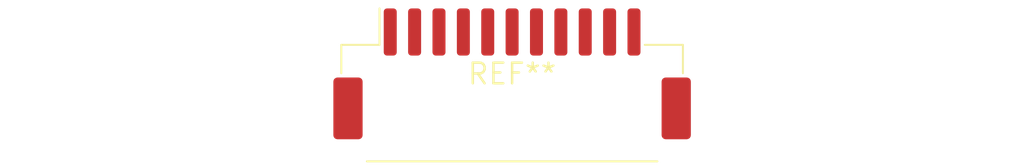
<source format=kicad_pcb>
(kicad_pcb (version 20240108) (generator pcbnew)
  (layers (0 "F.Cu" signal) (31 "B.Cu" signal) (34 "B.Paste" user) (35 "F.Paste" user) (36 "B.SilkS" user "B.Silkscreen") (37 "F.SilkS" user "F.Silkscreen") (38 "B.Mask" user) (39 "F.Mask" user) (44 "Edge.Cuts" user))
  (net 0 "")
  (footprint "Molex_CLIK-Mate_502585-1170_1x11-1MP_P1.50mm_Horizontal" (layer "F.Cu") (at 0 0)
    (property "Reference" "REF**")
    (property "Value" "Molex_CLIK-Mate_502585-1170_1x11-1MP_P1.50mm_Horizontal")
    (fp_line (start -10.51 -1.785) (end -8.16 -1.785) (layer "F.SilkS") (stroke (width 0.12)))
    (fp_line (start -10.51 -0.035) (end -10.51 -1.785) (layer "F.SilkS") (stroke (width 0.12)))
    (fp_line (start -8.94 5.385) (end 8.94 5.385) (layer "F.SilkS") (stroke (width 0.12)))
    (fp_line (start -8.16 -1.785) (end -8.16 -4.025) (layer "F.SilkS") (stroke (width 0.12)))
    (fp_line (start 10.51 -1.785) (end 8.16 -1.785) (layer "F.SilkS") (stroke (width 0.12)))
    (fp_line (start 10.51 -0.035) (end 10.51 -1.785) (layer "F.SilkS") (stroke (width 0.12)))
    (pad "1" smd roundrect (at -7.5 -2.575) (size 0.8 2.9) (layers "F.Cu" "F.Paste" "F.Mask"))
    (pad "2" smd roundrect (at -6 -2.575) (size 0.8 2.9) (layers "F.Cu" "F.Paste" "F.Mask"))
    (pad "3" smd roundrect (at -4.5 -2.575) (size 0.8 2.9) (layers "F.Cu" "F.Paste" "F.Mask"))
    (pad "4" smd roundrect (at -3 -2.575) (size 0.8 2.9) (layers "F.Cu" "F.Paste" "F.Mask"))
    (pad "5" smd roundrect (at -1.5 -2.575) (size 0.8 2.9) (layers "F.Cu" "F.Paste" "F.Mask"))
    (pad "6" smd roundrect (at 0 -2.575) (size 0.8 2.9) (layers "F.Cu" "F.Paste" "F.Mask"))
    (pad "7" smd roundrect (at 1.5 -2.575) (size 0.8 2.9) (layers "F.Cu" "F.Paste" "F.Mask"))
    (pad "8" smd roundrect (at 3 -2.575) (size 0.8 2.9) (layers "F.Cu" "F.Paste" "F.Mask"))
    (pad "9" smd roundrect (at 4.5 -2.575) (size 0.8 2.9) (layers "F.Cu" "F.Paste" "F.Mask"))
    (pad "10" smd roundrect (at 6 -2.575) (size 0.8 2.9) (layers "F.Cu" "F.Paste" "F.Mask"))
    (pad "11" smd roundrect (at 7.5 -2.575) (size 0.8 2.9) (layers "F.Cu" "F.Paste" "F.Mask"))
    (pad "MP" smd roundrect (at -10.1 2.125) (size 1.8 3.8) (layers "F.Cu" "F.Paste" "F.Mask") (roundrect_rratio 0.138889))
    (pad "MP" smd roundrect (at 10.1 2.125) (size 1.8 3.8) (layers "F.Cu" "F.Paste" "F.Mask") (roundrect_rratio 0.138889))
  )
)
</source>
